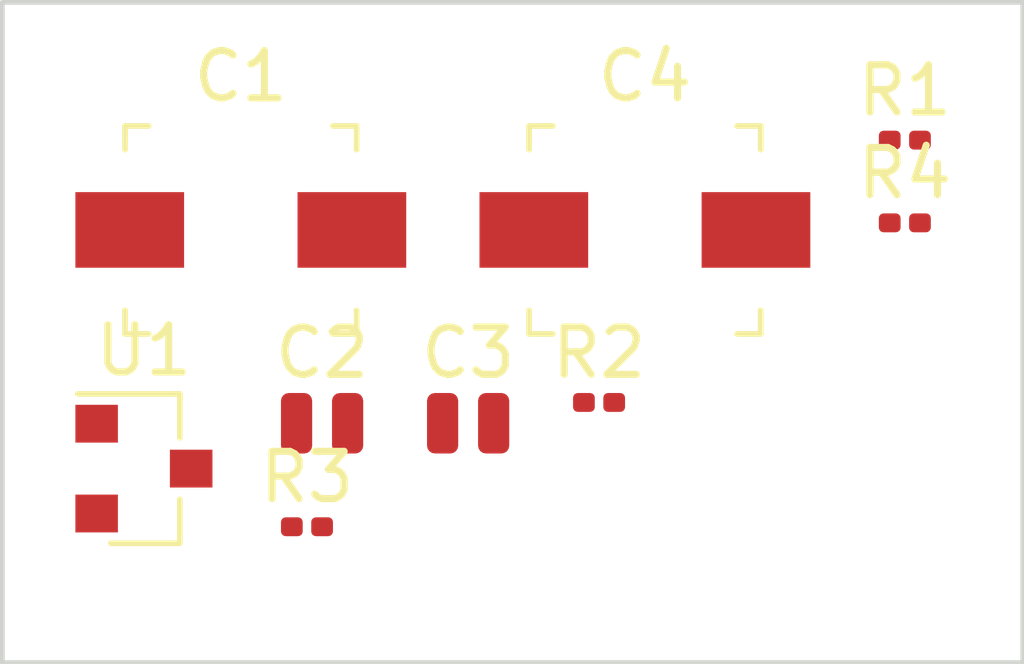
<source format=kicad_pcb>
(kicad_pcb (version 20171130) (host pcbnew "(5.1.7)-1")

  (general
    (thickness 1.6)
    (drawings 4)
    (tracks 0)
    (zones 0)
    (modules 9)
    (nets 7)
  )

  (page A4)
  (layers
    (0 F.Cu signal)
    (31 B.Cu signal)
    (32 B.Adhes user)
    (33 F.Adhes user)
    (34 B.Paste user)
    (35 F.Paste user)
    (36 B.SilkS user)
    (37 F.SilkS user)
    (38 B.Mask user)
    (39 F.Mask user)
    (40 Dwgs.User user)
    (41 Cmts.User user)
    (42 Eco1.User user)
    (43 Eco2.User user)
    (44 Edge.Cuts user)
    (45 Margin user)
    (46 B.CrtYd user)
    (47 F.CrtYd user)
    (48 B.Fab user)
    (49 F.Fab user)
  )

  (setup
    (last_trace_width 0.25)
    (trace_clearance 0.2)
    (zone_clearance 0.508)
    (zone_45_only no)
    (trace_min 0.2)
    (via_size 0.8)
    (via_drill 0.4)
    (via_min_size 0.4)
    (via_min_drill 0.3)
    (uvia_size 0.3)
    (uvia_drill 0.1)
    (uvias_allowed no)
    (uvia_min_size 0.2)
    (uvia_min_drill 0.1)
    (edge_width 0.05)
    (segment_width 0.2)
    (pcb_text_width 0.3)
    (pcb_text_size 1.5 1.5)
    (mod_edge_width 0.12)
    (mod_text_size 1 1)
    (mod_text_width 0.15)
    (pad_size 1.524 1.524)
    (pad_drill 0.762)
    (pad_to_mask_clearance 0)
    (aux_axis_origin 0 0)
    (visible_elements FFFFFF7F)
    (pcbplotparams
      (layerselection 0x010fc_ffffffff)
      (usegerberextensions false)
      (usegerberattributes true)
      (usegerberadvancedattributes true)
      (creategerberjobfile true)
      (excludeedgelayer true)
      (linewidth 0.100000)
      (plotframeref false)
      (viasonmask false)
      (mode 1)
      (useauxorigin false)
      (hpglpennumber 1)
      (hpglpenspeed 20)
      (hpglpendiameter 15.000000)
      (psnegative false)
      (psa4output false)
      (plotreference true)
      (plotvalue true)
      (plotinvisibletext false)
      (padsonsilk false)
      (subtractmaskfromsilk false)
      (outputformat 1)
      (mirror false)
      (drillshape 1)
      (scaleselection 1)
      (outputdirectory ""))
  )

  (net 0 "")
  (net 1 GND)
  (net 2 "Net-(C1-Pad1)")
  (net 3 "Net-(C3-Pad1)")
  (net 4 VAC)
  (net 5 "Net-(R2-Pad2)")
  (net 6 "Net-(R4-Pad2)")

  (net_class Default "Esta é a classe de rede padrão."
    (clearance 0.2)
    (trace_width 0.25)
    (via_dia 0.8)
    (via_drill 0.4)
    (uvia_dia 0.3)
    (uvia_drill 0.1)
    (add_net GND)
    (add_net "Net-(C1-Pad1)")
    (add_net "Net-(C3-Pad1)")
    (add_net "Net-(R2-Pad2)")
    (add_net "Net-(R4-Pad2)")
    (add_net VAC)
  )

  (module Capacitor_SMD:C_Trimmer_Murata_TZB4-A (layer F.Cu) (tedit 590DA842) (tstamp 5FD623E7)
    (at 156.175001 -1.534999)
    (descr "trimmer capacitor SMD horizontal, http://www.murata.com/~/media/webrenewal/support/library/catalog/products/capacitor/trimmer/t13e.ashx?la=en-gb")
    (tags " Murata TZB4 TZB4-A")
    (path /5FD6AC6E)
    (attr smd)
    (fp_text reference C1 (at 0 -3.25) (layer F.SilkS)
      (effects (font (size 1 1) (thickness 0.15)))
    )
    (fp_text value 1.57N (at 0 3.25) (layer F.Fab)
      (effects (font (size 1 1) (thickness 0.15)))
    )
    (fp_text user %R (at 0 0) (layer F.Fab)
      (effects (font (size 0.5 0.5) (thickness 0.05)))
    )
    (fp_circle (center 0 0) (end 2 0) (layer F.Fab) (width 0.1))
    (fp_line (start -2.25 -2) (end -2.24 -2) (layer F.Fab) (width 0.1))
    (fp_line (start -2.24 -2) (end 2.24 -2) (layer F.Fab) (width 0.1))
    (fp_line (start 2.24 -2) (end 2.25 -2) (layer F.Fab) (width 0.1))
    (fp_line (start 2.25 -2) (end 2.25 -1.99) (layer F.Fab) (width 0.1))
    (fp_line (start 2.25 -1.99) (end 2.25 1.99) (layer F.Fab) (width 0.1))
    (fp_line (start 2.25 1.99) (end 2.25 2) (layer F.Fab) (width 0.1))
    (fp_line (start 2.25 2) (end 2.24 2) (layer F.Fab) (width 0.1))
    (fp_line (start 2.24 2) (end -2.24 2) (layer F.Fab) (width 0.1))
    (fp_line (start -2.24 2) (end -2.25 2) (layer F.Fab) (width 0.1))
    (fp_line (start -2.25 2) (end -2.25 1.99) (layer F.Fab) (width 0.1))
    (fp_line (start -2.25 1.99) (end -2.25 -1.99) (layer F.Fab) (width 0.1))
    (fp_line (start -2.25 -1.99) (end -2.25 -2) (layer F.Fab) (width 0.1))
    (fp_line (start 2.25 -0.6) (end 2.5 -0.6) (layer F.Fab) (width 0.1))
    (fp_line (start 2.5 -0.6) (end 2.5 0.6) (layer F.Fab) (width 0.1))
    (fp_line (start 2.5 0.6) (end 2.25 0.6) (layer F.Fab) (width 0.1))
    (fp_line (start -2.25 -0.6) (end -2.5 -0.6) (layer F.Fab) (width 0.1))
    (fp_line (start -2.5 -0.6) (end -2.5 0.6) (layer F.Fab) (width 0.1))
    (fp_line (start -2.5 0.6) (end -2.25 0.6) (layer F.Fab) (width 0.1))
    (fp_line (start -2.45 -2.2) (end -1.95 -2.2) (layer F.SilkS) (width 0.12))
    (fp_line (start -2.45 -2.2) (end -2.45 -1.7) (layer F.SilkS) (width 0.12))
    (fp_line (start -2.45 2.2) (end -1.95 2.2) (layer F.SilkS) (width 0.12))
    (fp_line (start -2.45 2.2) (end -2.45 1.7) (layer F.SilkS) (width 0.12))
    (fp_line (start 2.45 -2.2) (end 1.95 -2.2) (layer F.SilkS) (width 0.12))
    (fp_line (start 2.45 -2.2) (end 2.45 -1.7) (layer F.SilkS) (width 0.12))
    (fp_line (start 2.45 2.2) (end 1.95 2.2) (layer F.SilkS) (width 0.12))
    (fp_line (start 2.45 2.2) (end 2.45 1.7) (layer F.SilkS) (width 0.12))
    (fp_line (start -3.75 -2.25) (end -3.75 2.25) (layer F.CrtYd) (width 0.05))
    (fp_line (start -3.75 2.25) (end 3.75 2.25) (layer F.CrtYd) (width 0.05))
    (fp_line (start 3.75 2.25) (end 3.75 -2.25) (layer F.CrtYd) (width 0.05))
    (fp_line (start 3.75 -2.25) (end -3.75 -2.25) (layer F.CrtYd) (width 0.05))
    (pad 2 smd rect (at 2.35 0) (size 2.3 1.6) (layers F.Cu F.Paste F.Mask)
      (net 1 GND))
    (pad 1 smd rect (at -2.35 0) (size 2.3 1.6) (layers F.Cu F.Paste F.Mask)
      (net 2 "Net-(C1-Pad1)"))
    (model ${KISYS3DMOD}/Capacitor_SMD.3dshapes/C_Trimmer_Murata_TZB4-A.wrl
      (at (xyz 0 0 0))
      (scale (xyz 1 1 1))
      (rotate (xyz 0 0 0))
    )
  )

  (module Capacitor_SMD:C_0504_1310Metric (layer F.Cu) (tedit 5F68FEEE) (tstamp 5FD623F6)
    (at 157.895001 2.555001)
    (descr "Capacitor SMD 0504 (1310 Metric), square (rectangular) end terminal, IPC_7351 nominal, (Body size source: IPC-SM-782 page 76, https://www.pcb-3d.com/wordpress/wp-content/uploads/ipc-sm-782a_amendment_1_and_2.pdf), generated with kicad-footprint-generator")
    (tags capacitor)
    (path /5FD557C0)
    (attr smd)
    (fp_text reference C2 (at 0 -1.49) (layer F.SilkS)
      (effects (font (size 1 1) (thickness 0.15)))
    )
    (fp_text value 15.6P (at 0 1.49) (layer F.Fab)
      (effects (font (size 1 1) (thickness 0.15)))
    )
    (fp_line (start 1.02 0.79) (end -1.02 0.79) (layer F.CrtYd) (width 0.05))
    (fp_line (start 1.02 -0.79) (end 1.02 0.79) (layer F.CrtYd) (width 0.05))
    (fp_line (start -1.02 -0.79) (end 1.02 -0.79) (layer F.CrtYd) (width 0.05))
    (fp_line (start -1.02 0.79) (end -1.02 -0.79) (layer F.CrtYd) (width 0.05))
    (fp_line (start 0.585 0.51) (end -0.585 0.51) (layer F.Fab) (width 0.1))
    (fp_line (start 0.585 -0.51) (end 0.585 0.51) (layer F.Fab) (width 0.1))
    (fp_line (start -0.585 -0.51) (end 0.585 -0.51) (layer F.Fab) (width 0.1))
    (fp_line (start -0.585 0.51) (end -0.585 -0.51) (layer F.Fab) (width 0.1))
    (fp_text user %R (at 0 0) (layer F.Fab)
      (effects (font (size 0.29 0.29) (thickness 0.04)))
    )
    (pad 1 smd roundrect (at -0.54 0) (size 0.66 1.28) (layers F.Cu F.Paste F.Mask) (roundrect_rratio 0.25)
      (net 2 "Net-(C1-Pad1)"))
    (pad 2 smd roundrect (at 0.54 0) (size 0.66 1.28) (layers F.Cu F.Paste F.Mask) (roundrect_rratio 0.25)
      (net 1 GND))
    (model ${KISYS3DMOD}/Capacitor_SMD.3dshapes/C_0504_1310Metric.wrl
      (at (xyz 0 0 0))
      (scale (xyz 1 1 1))
      (rotate (xyz 0 0 0))
    )
  )

  (module Capacitor_SMD:C_0504_1310Metric (layer F.Cu) (tedit 5F68FEEE) (tstamp 5FD62405)
    (at 160.985001 2.555001)
    (descr "Capacitor SMD 0504 (1310 Metric), square (rectangular) end terminal, IPC_7351 nominal, (Body size source: IPC-SM-782 page 76, https://www.pcb-3d.com/wordpress/wp-content/uploads/ipc-sm-782a_amendment_1_and_2.pdf), generated with kicad-footprint-generator")
    (tags capacitor)
    (path /5FD6A55E)
    (attr smd)
    (fp_text reference C3 (at 0 -1.49) (layer F.SilkS)
      (effects (font (size 1 1) (thickness 0.15)))
    )
    (fp_text value 15.6P (at 0 1.49) (layer F.Fab)
      (effects (font (size 1 1) (thickness 0.15)))
    )
    (fp_text user %R (at 0 0) (layer F.Fab)
      (effects (font (size 0.29 0.29) (thickness 0.04)))
    )
    (fp_line (start -0.585 0.51) (end -0.585 -0.51) (layer F.Fab) (width 0.1))
    (fp_line (start -0.585 -0.51) (end 0.585 -0.51) (layer F.Fab) (width 0.1))
    (fp_line (start 0.585 -0.51) (end 0.585 0.51) (layer F.Fab) (width 0.1))
    (fp_line (start 0.585 0.51) (end -0.585 0.51) (layer F.Fab) (width 0.1))
    (fp_line (start -1.02 0.79) (end -1.02 -0.79) (layer F.CrtYd) (width 0.05))
    (fp_line (start -1.02 -0.79) (end 1.02 -0.79) (layer F.CrtYd) (width 0.05))
    (fp_line (start 1.02 -0.79) (end 1.02 0.79) (layer F.CrtYd) (width 0.05))
    (fp_line (start 1.02 0.79) (end -1.02 0.79) (layer F.CrtYd) (width 0.05))
    (pad 2 smd roundrect (at 0.54 0) (size 0.66 1.28) (layers F.Cu F.Paste F.Mask) (roundrect_rratio 0.25)
      (net 1 GND))
    (pad 1 smd roundrect (at -0.54 0) (size 0.66 1.28) (layers F.Cu F.Paste F.Mask) (roundrect_rratio 0.25)
      (net 3 "Net-(C3-Pad1)"))
    (model ${KISYS3DMOD}/Capacitor_SMD.3dshapes/C_0504_1310Metric.wrl
      (at (xyz 0 0 0))
      (scale (xyz 1 1 1))
      (rotate (xyz 0 0 0))
    )
  )

  (module Capacitor_SMD:C_Trimmer_Murata_TZB4-A (layer F.Cu) (tedit 590DA842) (tstamp 5FD6242B)
    (at 164.725001 -1.534999)
    (descr "trimmer capacitor SMD horizontal, http://www.murata.com/~/media/webrenewal/support/library/catalog/products/capacitor/trimmer/t13e.ashx?la=en-gb")
    (tags " Murata TZB4 TZB4-A")
    (path /5FD54EE0)
    (attr smd)
    (fp_text reference C4 (at 0 -3.25) (layer F.SilkS)
      (effects (font (size 1 1) (thickness 0.15)))
    )
    (fp_text value 1.57N (at 0 3.25) (layer F.Fab)
      (effects (font (size 1 1) (thickness 0.15)))
    )
    (fp_line (start 3.75 -2.25) (end -3.75 -2.25) (layer F.CrtYd) (width 0.05))
    (fp_line (start 3.75 2.25) (end 3.75 -2.25) (layer F.CrtYd) (width 0.05))
    (fp_line (start -3.75 2.25) (end 3.75 2.25) (layer F.CrtYd) (width 0.05))
    (fp_line (start -3.75 -2.25) (end -3.75 2.25) (layer F.CrtYd) (width 0.05))
    (fp_line (start 2.45 2.2) (end 2.45 1.7) (layer F.SilkS) (width 0.12))
    (fp_line (start 2.45 2.2) (end 1.95 2.2) (layer F.SilkS) (width 0.12))
    (fp_line (start 2.45 -2.2) (end 2.45 -1.7) (layer F.SilkS) (width 0.12))
    (fp_line (start 2.45 -2.2) (end 1.95 -2.2) (layer F.SilkS) (width 0.12))
    (fp_line (start -2.45 2.2) (end -2.45 1.7) (layer F.SilkS) (width 0.12))
    (fp_line (start -2.45 2.2) (end -1.95 2.2) (layer F.SilkS) (width 0.12))
    (fp_line (start -2.45 -2.2) (end -2.45 -1.7) (layer F.SilkS) (width 0.12))
    (fp_line (start -2.45 -2.2) (end -1.95 -2.2) (layer F.SilkS) (width 0.12))
    (fp_line (start -2.5 0.6) (end -2.25 0.6) (layer F.Fab) (width 0.1))
    (fp_line (start -2.5 -0.6) (end -2.5 0.6) (layer F.Fab) (width 0.1))
    (fp_line (start -2.25 -0.6) (end -2.5 -0.6) (layer F.Fab) (width 0.1))
    (fp_line (start 2.5 0.6) (end 2.25 0.6) (layer F.Fab) (width 0.1))
    (fp_line (start 2.5 -0.6) (end 2.5 0.6) (layer F.Fab) (width 0.1))
    (fp_line (start 2.25 -0.6) (end 2.5 -0.6) (layer F.Fab) (width 0.1))
    (fp_line (start -2.25 -1.99) (end -2.25 -2) (layer F.Fab) (width 0.1))
    (fp_line (start -2.25 1.99) (end -2.25 -1.99) (layer F.Fab) (width 0.1))
    (fp_line (start -2.25 2) (end -2.25 1.99) (layer F.Fab) (width 0.1))
    (fp_line (start -2.24 2) (end -2.25 2) (layer F.Fab) (width 0.1))
    (fp_line (start 2.24 2) (end -2.24 2) (layer F.Fab) (width 0.1))
    (fp_line (start 2.25 2) (end 2.24 2) (layer F.Fab) (width 0.1))
    (fp_line (start 2.25 1.99) (end 2.25 2) (layer F.Fab) (width 0.1))
    (fp_line (start 2.25 -1.99) (end 2.25 1.99) (layer F.Fab) (width 0.1))
    (fp_line (start 2.25 -2) (end 2.25 -1.99) (layer F.Fab) (width 0.1))
    (fp_line (start 2.24 -2) (end 2.25 -2) (layer F.Fab) (width 0.1))
    (fp_line (start -2.24 -2) (end 2.24 -2) (layer F.Fab) (width 0.1))
    (fp_line (start -2.25 -2) (end -2.24 -2) (layer F.Fab) (width 0.1))
    (fp_circle (center 0 0) (end 2 0) (layer F.Fab) (width 0.1))
    (fp_text user %R (at 0 0) (layer F.Fab)
      (effects (font (size 0.5 0.5) (thickness 0.05)))
    )
    (pad 1 smd rect (at -2.35 0) (size 2.3 1.6) (layers F.Cu F.Paste F.Mask)
      (net 3 "Net-(C3-Pad1)"))
    (pad 2 smd rect (at 2.35 0) (size 2.3 1.6) (layers F.Cu F.Paste F.Mask)
      (net 1 GND))
    (model ${KISYS3DMOD}/Capacitor_SMD.3dshapes/C_Trimmer_Murata_TZB4-A.wrl
      (at (xyz 0 0 0))
      (scale (xyz 1 1 1))
      (rotate (xyz 0 0 0))
    )
  )

  (module Resistor_SMD:R_0201_0603Metric (layer F.Cu) (tedit 5F68FEEE) (tstamp 5FD6243C)
    (at 170.225001 -3.434999)
    (descr "Resistor SMD 0201 (0603 Metric), square (rectangular) end terminal, IPC_7351 nominal, (Body size source: https://www.vishay.com/docs/20052/crcw0201e3.pdf), generated with kicad-footprint-generator")
    (tags resistor)
    (path /5FD65474)
    (attr smd)
    (fp_text reference R1 (at 0 -1.05) (layer F.SilkS)
      (effects (font (size 1 1) (thickness 0.15)))
    )
    (fp_text value 10k (at 0 1.05) (layer F.Fab)
      (effects (font (size 1 1) (thickness 0.15)))
    )
    (fp_line (start 0.7 0.35) (end -0.7 0.35) (layer F.CrtYd) (width 0.05))
    (fp_line (start 0.7 -0.35) (end 0.7 0.35) (layer F.CrtYd) (width 0.05))
    (fp_line (start -0.7 -0.35) (end 0.7 -0.35) (layer F.CrtYd) (width 0.05))
    (fp_line (start -0.7 0.35) (end -0.7 -0.35) (layer F.CrtYd) (width 0.05))
    (fp_line (start 0.3 0.15) (end -0.3 0.15) (layer F.Fab) (width 0.1))
    (fp_line (start 0.3 -0.15) (end 0.3 0.15) (layer F.Fab) (width 0.1))
    (fp_line (start -0.3 -0.15) (end 0.3 -0.15) (layer F.Fab) (width 0.1))
    (fp_line (start -0.3 0.15) (end -0.3 -0.15) (layer F.Fab) (width 0.1))
    (fp_text user %R (at 0 -0.68) (layer F.Fab)
      (effects (font (size 0.25 0.25) (thickness 0.04)))
    )
    (pad "" smd roundrect (at -0.345 0) (size 0.318 0.36) (layers F.Paste) (roundrect_rratio 0.25))
    (pad "" smd roundrect (at 0.345 0) (size 0.318 0.36) (layers F.Paste) (roundrect_rratio 0.25))
    (pad 1 smd roundrect (at -0.32 0) (size 0.46 0.4) (layers F.Cu F.Mask) (roundrect_rratio 0.25)
      (net 4 VAC))
    (pad 2 smd roundrect (at 0.32 0) (size 0.46 0.4) (layers F.Cu F.Mask) (roundrect_rratio 0.25)
      (net 2 "Net-(C1-Pad1)"))
    (model ${KISYS3DMOD}/Resistor_SMD.3dshapes/R_0201_0603Metric.wrl
      (at (xyz 0 0 0))
      (scale (xyz 1 1 1))
      (rotate (xyz 0 0 0))
    )
  )

  (module Resistor_SMD:R_0201_0603Metric (layer F.Cu) (tedit 5F68FEEE) (tstamp 5FD6244D)
    (at 163.755001 2.115001)
    (descr "Resistor SMD 0201 (0603 Metric), square (rectangular) end terminal, IPC_7351 nominal, (Body size source: https://www.vishay.com/docs/20052/crcw0201e3.pdf), generated with kicad-footprint-generator")
    (tags resistor)
    (path /5FD65A52)
    (attr smd)
    (fp_text reference R2 (at 0 -1.05) (layer F.SilkS)
      (effects (font (size 1 1) (thickness 0.15)))
    )
    (fp_text value 10k (at 0 1.05) (layer F.Fab)
      (effects (font (size 1 1) (thickness 0.15)))
    )
    (fp_text user %R (at 0 -0.68) (layer F.Fab)
      (effects (font (size 0.25 0.25) (thickness 0.04)))
    )
    (fp_line (start -0.3 0.15) (end -0.3 -0.15) (layer F.Fab) (width 0.1))
    (fp_line (start -0.3 -0.15) (end 0.3 -0.15) (layer F.Fab) (width 0.1))
    (fp_line (start 0.3 -0.15) (end 0.3 0.15) (layer F.Fab) (width 0.1))
    (fp_line (start 0.3 0.15) (end -0.3 0.15) (layer F.Fab) (width 0.1))
    (fp_line (start -0.7 0.35) (end -0.7 -0.35) (layer F.CrtYd) (width 0.05))
    (fp_line (start -0.7 -0.35) (end 0.7 -0.35) (layer F.CrtYd) (width 0.05))
    (fp_line (start 0.7 -0.35) (end 0.7 0.35) (layer F.CrtYd) (width 0.05))
    (fp_line (start 0.7 0.35) (end -0.7 0.35) (layer F.CrtYd) (width 0.05))
    (pad 2 smd roundrect (at 0.32 0) (size 0.46 0.4) (layers F.Cu F.Mask) (roundrect_rratio 0.25)
      (net 5 "Net-(R2-Pad2)"))
    (pad 1 smd roundrect (at -0.32 0) (size 0.46 0.4) (layers F.Cu F.Mask) (roundrect_rratio 0.25)
      (net 1 GND))
    (pad "" smd roundrect (at 0.345 0) (size 0.318 0.36) (layers F.Paste) (roundrect_rratio 0.25))
    (pad "" smd roundrect (at -0.345 0) (size 0.318 0.36) (layers F.Paste) (roundrect_rratio 0.25))
    (model ${KISYS3DMOD}/Resistor_SMD.3dshapes/R_0201_0603Metric.wrl
      (at (xyz 0 0 0))
      (scale (xyz 1 1 1))
      (rotate (xyz 0 0 0))
    )
  )

  (module Resistor_SMD:R_0201_0603Metric (layer F.Cu) (tedit 5F68FEEE) (tstamp 5FD6245E)
    (at 157.575001 4.745001)
    (descr "Resistor SMD 0201 (0603 Metric), square (rectangular) end terminal, IPC_7351 nominal, (Body size source: https://www.vishay.com/docs/20052/crcw0201e3.pdf), generated with kicad-footprint-generator")
    (tags resistor)
    (path /5FD64E11)
    (attr smd)
    (fp_text reference R3 (at 0 -1.05) (layer F.SilkS)
      (effects (font (size 1 1) (thickness 0.15)))
    )
    (fp_text value 10k (at 0 1.05) (layer F.Fab)
      (effects (font (size 1 1) (thickness 0.15)))
    )
    (fp_text user %R (at 0 -0.68) (layer F.Fab)
      (effects (font (size 0.25 0.25) (thickness 0.04)))
    )
    (fp_line (start -0.3 0.15) (end -0.3 -0.15) (layer F.Fab) (width 0.1))
    (fp_line (start -0.3 -0.15) (end 0.3 -0.15) (layer F.Fab) (width 0.1))
    (fp_line (start 0.3 -0.15) (end 0.3 0.15) (layer F.Fab) (width 0.1))
    (fp_line (start 0.3 0.15) (end -0.3 0.15) (layer F.Fab) (width 0.1))
    (fp_line (start -0.7 0.35) (end -0.7 -0.35) (layer F.CrtYd) (width 0.05))
    (fp_line (start -0.7 -0.35) (end 0.7 -0.35) (layer F.CrtYd) (width 0.05))
    (fp_line (start 0.7 -0.35) (end 0.7 0.35) (layer F.CrtYd) (width 0.05))
    (fp_line (start 0.7 0.35) (end -0.7 0.35) (layer F.CrtYd) (width 0.05))
    (pad 2 smd roundrect (at 0.32 0) (size 0.46 0.4) (layers F.Cu F.Mask) (roundrect_rratio 0.25)
      (net 3 "Net-(C3-Pad1)"))
    (pad 1 smd roundrect (at -0.32 0) (size 0.46 0.4) (layers F.Cu F.Mask) (roundrect_rratio 0.25)
      (net 2 "Net-(C1-Pad1)"))
    (pad "" smd roundrect (at 0.345 0) (size 0.318 0.36) (layers F.Paste) (roundrect_rratio 0.25))
    (pad "" smd roundrect (at -0.345 0) (size 0.318 0.36) (layers F.Paste) (roundrect_rratio 0.25))
    (model ${KISYS3DMOD}/Resistor_SMD.3dshapes/R_0201_0603Metric.wrl
      (at (xyz 0 0 0))
      (scale (xyz 1 1 1))
      (rotate (xyz 0 0 0))
    )
  )

  (module Resistor_SMD:R_0201_0603Metric (layer F.Cu) (tedit 5F68FEEE) (tstamp 5FD6246F)
    (at 170.225001 -1.684999)
    (descr "Resistor SMD 0201 (0603 Metric), square (rectangular) end terminal, IPC_7351 nominal, (Body size source: https://www.vishay.com/docs/20052/crcw0201e3.pdf), generated with kicad-footprint-generator")
    (tags resistor)
    (path /5FD53C99)
    (attr smd)
    (fp_text reference R4 (at 0 -1.05) (layer F.SilkS)
      (effects (font (size 1 1) (thickness 0.15)))
    )
    (fp_text value 10k (at 0 1.05) (layer F.Fab)
      (effects (font (size 1 1) (thickness 0.15)))
    )
    (fp_line (start 0.7 0.35) (end -0.7 0.35) (layer F.CrtYd) (width 0.05))
    (fp_line (start 0.7 -0.35) (end 0.7 0.35) (layer F.CrtYd) (width 0.05))
    (fp_line (start -0.7 -0.35) (end 0.7 -0.35) (layer F.CrtYd) (width 0.05))
    (fp_line (start -0.7 0.35) (end -0.7 -0.35) (layer F.CrtYd) (width 0.05))
    (fp_line (start 0.3 0.15) (end -0.3 0.15) (layer F.Fab) (width 0.1))
    (fp_line (start 0.3 -0.15) (end 0.3 0.15) (layer F.Fab) (width 0.1))
    (fp_line (start -0.3 -0.15) (end 0.3 -0.15) (layer F.Fab) (width 0.1))
    (fp_line (start -0.3 0.15) (end -0.3 -0.15) (layer F.Fab) (width 0.1))
    (fp_text user %R (at 0 -0.68) (layer F.Fab)
      (effects (font (size 0.25 0.25) (thickness 0.04)))
    )
    (pad "" smd roundrect (at -0.345 0) (size 0.318 0.36) (layers F.Paste) (roundrect_rratio 0.25))
    (pad "" smd roundrect (at 0.345 0) (size 0.318 0.36) (layers F.Paste) (roundrect_rratio 0.25))
    (pad 1 smd roundrect (at -0.32 0) (size 0.46 0.4) (layers F.Cu F.Mask) (roundrect_rratio 0.25)
      (net 5 "Net-(R2-Pad2)"))
    (pad 2 smd roundrect (at 0.32 0) (size 0.46 0.4) (layers F.Cu F.Mask) (roundrect_rratio 0.25)
      (net 6 "Net-(R4-Pad2)"))
    (model ${KISYS3DMOD}/Resistor_SMD.3dshapes/R_0201_0603Metric.wrl
      (at (xyz 0 0 0))
      (scale (xyz 1 1 1))
      (rotate (xyz 0 0 0))
    )
  )

  (module Package_TO_SOT_SMD:SOT-23 (layer F.Cu) (tedit 5A02FF57) (tstamp 5FD62484)
    (at 154.125001 3.515001)
    (descr "SOT-23, Standard")
    (tags SOT-23)
    (path /5FD51D3D)
    (attr smd)
    (fp_text reference U1 (at 0 -2.5) (layer F.SilkS)
      (effects (font (size 1 1) (thickness 0.15)))
    )
    (fp_text value LM2904 (at 0 2.5) (layer F.Fab)
      (effects (font (size 1 1) (thickness 0.15)))
    )
    (fp_line (start 0.76 1.58) (end -0.7 1.58) (layer F.SilkS) (width 0.12))
    (fp_line (start 0.76 -1.58) (end -1.4 -1.58) (layer F.SilkS) (width 0.12))
    (fp_line (start -1.7 1.75) (end -1.7 -1.75) (layer F.CrtYd) (width 0.05))
    (fp_line (start 1.7 1.75) (end -1.7 1.75) (layer F.CrtYd) (width 0.05))
    (fp_line (start 1.7 -1.75) (end 1.7 1.75) (layer F.CrtYd) (width 0.05))
    (fp_line (start -1.7 -1.75) (end 1.7 -1.75) (layer F.CrtYd) (width 0.05))
    (fp_line (start 0.76 -1.58) (end 0.76 -0.65) (layer F.SilkS) (width 0.12))
    (fp_line (start 0.76 1.58) (end 0.76 0.65) (layer F.SilkS) (width 0.12))
    (fp_line (start -0.7 1.52) (end 0.7 1.52) (layer F.Fab) (width 0.1))
    (fp_line (start 0.7 -1.52) (end 0.7 1.52) (layer F.Fab) (width 0.1))
    (fp_line (start -0.7 -0.95) (end -0.15 -1.52) (layer F.Fab) (width 0.1))
    (fp_line (start -0.15 -1.52) (end 0.7 -1.52) (layer F.Fab) (width 0.1))
    (fp_line (start -0.7 -0.95) (end -0.7 1.5) (layer F.Fab) (width 0.1))
    (fp_text user %R (at 0 0 90) (layer F.Fab)
      (effects (font (size 0.5 0.5) (thickness 0.075)))
    )
    (pad 1 smd rect (at -1 -0.95) (size 0.9 0.8) (layers F.Cu F.Paste F.Mask)
      (net 6 "Net-(R4-Pad2)"))
    (pad 2 smd rect (at -1 0.95) (size 0.9 0.8) (layers F.Cu F.Paste F.Mask)
      (net 3 "Net-(C3-Pad1)"))
    (pad 3 smd rect (at 1 0) (size 0.9 0.8) (layers F.Cu F.Paste F.Mask)
      (net 5 "Net-(R2-Pad2)"))
    (model ${KISYS3DMOD}/Package_TO_SOT_SMD.3dshapes/SOT-23.wrl
      (at (xyz 0 0 0))
      (scale (xyz 1 1 1))
      (rotate (xyz 0 0 0))
    )
  )

  (gr_line (start 172.72 -6.35) (end 172.72 7.62) (layer Edge.Cuts) (width 0.1))
  (gr_line (start 151.13 -6.35) (end 172.72 -6.35) (layer Edge.Cuts) (width 0.1))
  (gr_line (start 151.13 7.62) (end 151.13 -6.35) (layer Edge.Cuts) (width 0.1))
  (gr_line (start 172.72 7.62) (end 151.13 7.62) (layer Edge.Cuts) (width 0.1))

)

</source>
